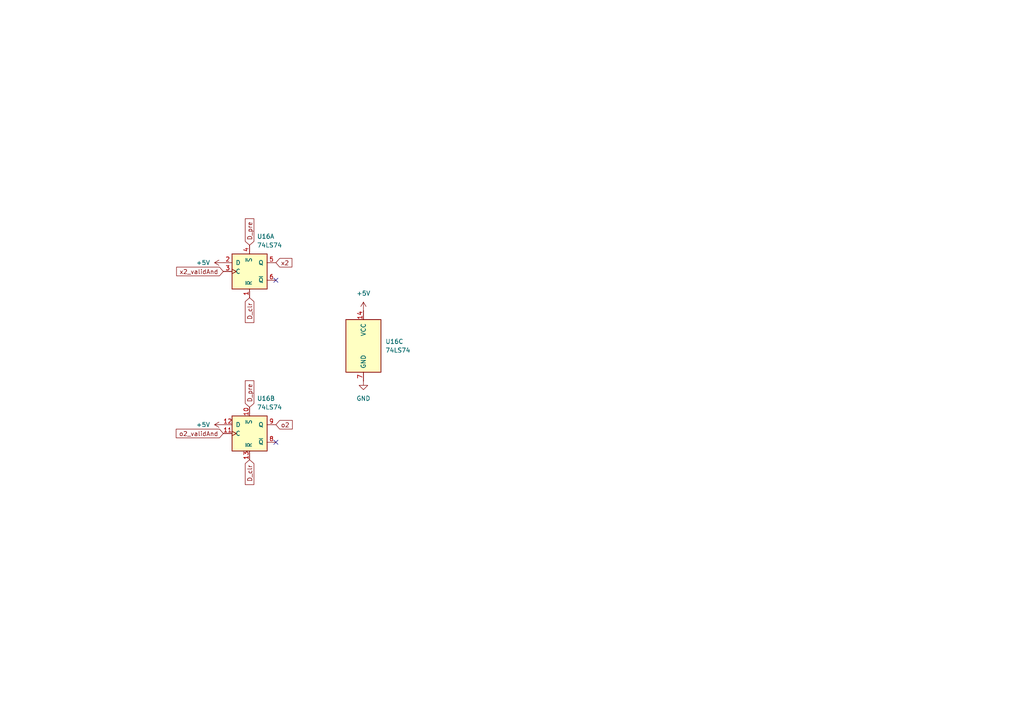
<source format=kicad_sch>
(kicad_sch
	(version 20250114)
	(generator "eeschema")
	(generator_version "9.0")
	(uuid "0f222bc9-c86a-4c26-921d-459394749d18")
	(paper "A4")
	(lib_symbols
		(symbol "74xx:74LS74"
			(pin_names
				(offset 1.016)
			)
			(exclude_from_sim no)
			(in_bom yes)
			(on_board yes)
			(property "Reference" "U"
				(at -7.62 8.89 0)
				(effects
					(font
						(size 1.27 1.27)
					)
				)
			)
			(property "Value" "74LS74"
				(at -7.62 -8.89 0)
				(effects
					(font
						(size 1.27 1.27)
					)
				)
			)
			(property "Footprint" ""
				(at 0 0 0)
				(effects
					(font
						(size 1.27 1.27)
					)
					(hide yes)
				)
			)
			(property "Datasheet" "74xx/74hc_hct74.pdf"
				(at 0 0 0)
				(effects
					(font
						(size 1.27 1.27)
					)
					(hide yes)
				)
			)
			(property "Description" "Dual D Flip-flop, Set & Reset"
				(at 0 0 0)
				(effects
					(font
						(size 1.27 1.27)
					)
					(hide yes)
				)
			)
			(property "ki_locked" ""
				(at 0 0 0)
				(effects
					(font
						(size 1.27 1.27)
					)
				)
			)
			(property "ki_keywords" "TTL DFF"
				(at 0 0 0)
				(effects
					(font
						(size 1.27 1.27)
					)
					(hide yes)
				)
			)
			(property "ki_fp_filters" "DIP*W7.62mm*"
				(at 0 0 0)
				(effects
					(font
						(size 1.27 1.27)
					)
					(hide yes)
				)
			)
			(symbol "74LS74_1_0"
				(pin input line
					(at -7.62 2.54 0)
					(length 2.54)
					(name "D"
						(effects
							(font
								(size 1.27 1.27)
							)
						)
					)
					(number "2"
						(effects
							(font
								(size 1.27 1.27)
							)
						)
					)
				)
				(pin input clock
					(at -7.62 0 0)
					(length 2.54)
					(name "C"
						(effects
							(font
								(size 1.27 1.27)
							)
						)
					)
					(number "3"
						(effects
							(font
								(size 1.27 1.27)
							)
						)
					)
				)
				(pin input line
					(at 0 7.62 270)
					(length 2.54)
					(name "~{S}"
						(effects
							(font
								(size 1.27 1.27)
							)
						)
					)
					(number "4"
						(effects
							(font
								(size 1.27 1.27)
							)
						)
					)
				)
				(pin input line
					(at 0 -7.62 90)
					(length 2.54)
					(name "~{R}"
						(effects
							(font
								(size 1.27 1.27)
							)
						)
					)
					(number "1"
						(effects
							(font
								(size 1.27 1.27)
							)
						)
					)
				)
				(pin output line
					(at 7.62 2.54 180)
					(length 2.54)
					(name "Q"
						(effects
							(font
								(size 1.27 1.27)
							)
						)
					)
					(number "5"
						(effects
							(font
								(size 1.27 1.27)
							)
						)
					)
				)
				(pin output line
					(at 7.62 -2.54 180)
					(length 2.54)
					(name "~{Q}"
						(effects
							(font
								(size 1.27 1.27)
							)
						)
					)
					(number "6"
						(effects
							(font
								(size 1.27 1.27)
							)
						)
					)
				)
			)
			(symbol "74LS74_1_1"
				(rectangle
					(start -5.08 5.08)
					(end 5.08 -5.08)
					(stroke
						(width 0.254)
						(type default)
					)
					(fill
						(type background)
					)
				)
			)
			(symbol "74LS74_2_0"
				(pin input line
					(at -7.62 2.54 0)
					(length 2.54)
					(name "D"
						(effects
							(font
								(size 1.27 1.27)
							)
						)
					)
					(number "12"
						(effects
							(font
								(size 1.27 1.27)
							)
						)
					)
				)
				(pin input clock
					(at -7.62 0 0)
					(length 2.54)
					(name "C"
						(effects
							(font
								(size 1.27 1.27)
							)
						)
					)
					(number "11"
						(effects
							(font
								(size 1.27 1.27)
							)
						)
					)
				)
				(pin input line
					(at 0 7.62 270)
					(length 2.54)
					(name "~{S}"
						(effects
							(font
								(size 1.27 1.27)
							)
						)
					)
					(number "10"
						(effects
							(font
								(size 1.27 1.27)
							)
						)
					)
				)
				(pin input line
					(at 0 -7.62 90)
					(length 2.54)
					(name "~{R}"
						(effects
							(font
								(size 1.27 1.27)
							)
						)
					)
					(number "13"
						(effects
							(font
								(size 1.27 1.27)
							)
						)
					)
				)
				(pin output line
					(at 7.62 2.54 180)
					(length 2.54)
					(name "Q"
						(effects
							(font
								(size 1.27 1.27)
							)
						)
					)
					(number "9"
						(effects
							(font
								(size 1.27 1.27)
							)
						)
					)
				)
				(pin output line
					(at 7.62 -2.54 180)
					(length 2.54)
					(name "~{Q}"
						(effects
							(font
								(size 1.27 1.27)
							)
						)
					)
					(number "8"
						(effects
							(font
								(size 1.27 1.27)
							)
						)
					)
				)
			)
			(symbol "74LS74_2_1"
				(rectangle
					(start -5.08 5.08)
					(end 5.08 -5.08)
					(stroke
						(width 0.254)
						(type default)
					)
					(fill
						(type background)
					)
				)
			)
			(symbol "74LS74_3_0"
				(pin power_in line
					(at 0 10.16 270)
					(length 2.54)
					(name "VCC"
						(effects
							(font
								(size 1.27 1.27)
							)
						)
					)
					(number "14"
						(effects
							(font
								(size 1.27 1.27)
							)
						)
					)
				)
				(pin power_in line
					(at 0 -10.16 90)
					(length 2.54)
					(name "GND"
						(effects
							(font
								(size 1.27 1.27)
							)
						)
					)
					(number "7"
						(effects
							(font
								(size 1.27 1.27)
							)
						)
					)
				)
			)
			(symbol "74LS74_3_1"
				(rectangle
					(start -5.08 7.62)
					(end 5.08 -7.62)
					(stroke
						(width 0.254)
						(type default)
					)
					(fill
						(type background)
					)
				)
			)
			(embedded_fonts no)
		)
		(symbol "power:+5V"
			(power)
			(pin_numbers
				(hide yes)
			)
			(pin_names
				(offset 0)
				(hide yes)
			)
			(exclude_from_sim no)
			(in_bom yes)
			(on_board yes)
			(property "Reference" "#PWR"
				(at 0 -3.81 0)
				(effects
					(font
						(size 1.27 1.27)
					)
					(hide yes)
				)
			)
			(property "Value" "+5V"
				(at 0 3.556 0)
				(effects
					(font
						(size 1.27 1.27)
					)
				)
			)
			(property "Footprint" ""
				(at 0 0 0)
				(effects
					(font
						(size 1.27 1.27)
					)
					(hide yes)
				)
			)
			(property "Datasheet" ""
				(at 0 0 0)
				(effects
					(font
						(size 1.27 1.27)
					)
					(hide yes)
				)
			)
			(property "Description" "Power symbol creates a global label with name \"+5V\""
				(at 0 0 0)
				(effects
					(font
						(size 1.27 1.27)
					)
					(hide yes)
				)
			)
			(property "ki_keywords" "global power"
				(at 0 0 0)
				(effects
					(font
						(size 1.27 1.27)
					)
					(hide yes)
				)
			)
			(symbol "+5V_0_1"
				(polyline
					(pts
						(xy -0.762 1.27) (xy 0 2.54)
					)
					(stroke
						(width 0)
						(type default)
					)
					(fill
						(type none)
					)
				)
				(polyline
					(pts
						(xy 0 2.54) (xy 0.762 1.27)
					)
					(stroke
						(width 0)
						(type default)
					)
					(fill
						(type none)
					)
				)
				(polyline
					(pts
						(xy 0 0) (xy 0 2.54)
					)
					(stroke
						(width 0)
						(type default)
					)
					(fill
						(type none)
					)
				)
			)
			(symbol "+5V_1_1"
				(pin power_in line
					(at 0 0 90)
					(length 0)
					(name "~"
						(effects
							(font
								(size 1.27 1.27)
							)
						)
					)
					(number "1"
						(effects
							(font
								(size 1.27 1.27)
							)
						)
					)
				)
			)
			(embedded_fonts no)
		)
		(symbol "power:GND"
			(power)
			(pin_numbers
				(hide yes)
			)
			(pin_names
				(offset 0)
				(hide yes)
			)
			(exclude_from_sim no)
			(in_bom yes)
			(on_board yes)
			(property "Reference" "#PWR"
				(at 0 -6.35 0)
				(effects
					(font
						(size 1.27 1.27)
					)
					(hide yes)
				)
			)
			(property "Value" "GND"
				(at 0 -3.81 0)
				(effects
					(font
						(size 1.27 1.27)
					)
				)
			)
			(property "Footprint" ""
				(at 0 0 0)
				(effects
					(font
						(size 1.27 1.27)
					)
					(hide yes)
				)
			)
			(property "Datasheet" ""
				(at 0 0 0)
				(effects
					(font
						(size 1.27 1.27)
					)
					(hide yes)
				)
			)
			(property "Description" "Power symbol creates a global label with name \"GND\" , ground"
				(at 0 0 0)
				(effects
					(font
						(size 1.27 1.27)
					)
					(hide yes)
				)
			)
			(property "ki_keywords" "global power"
				(at 0 0 0)
				(effects
					(font
						(size 1.27 1.27)
					)
					(hide yes)
				)
			)
			(symbol "GND_0_1"
				(polyline
					(pts
						(xy 0 0) (xy 0 -1.27) (xy 1.27 -1.27) (xy 0 -2.54) (xy -1.27 -1.27) (xy 0 -1.27)
					)
					(stroke
						(width 0)
						(type default)
					)
					(fill
						(type none)
					)
				)
			)
			(symbol "GND_1_1"
				(pin power_in line
					(at 0 0 270)
					(length 0)
					(name "~"
						(effects
							(font
								(size 1.27 1.27)
							)
						)
					)
					(number "1"
						(effects
							(font
								(size 1.27 1.27)
							)
						)
					)
				)
			)
			(embedded_fonts no)
		)
	)
	(no_connect
		(at 80.01 128.27)
		(uuid "740a870a-82a7-492a-94b2-1b8694927990")
	)
	(no_connect
		(at 80.01 81.28)
		(uuid "d7788c86-4acb-49cf-a25a-1dc2b1f735d9")
	)
	(global_label "x2_validAnd"
		(shape input)
		(at 64.77 78.74 180)
		(fields_autoplaced yes)
		(effects
			(font
				(size 1.27 1.27)
			)
			(justify right)
		)
		(uuid "14486eab-0d7b-42ee-8202-34053e5b1192")
		(property "Intersheetrefs" "${INTERSHEET_REFS}"
			(at 50.6574 78.74 0)
			(effects
				(font
					(size 1.27 1.27)
				)
				(justify right)
				(hide yes)
			)
		)
	)
	(global_label "D_pre"
		(shape input)
		(at 72.39 71.12 90)
		(fields_autoplaced yes)
		(effects
			(font
				(size 1.27 1.27)
			)
			(justify left)
		)
		(uuid "1a0a32f1-7e89-499a-81b2-7709b4b87e73")
		(property "Intersheetrefs" "${INTERSHEET_REFS}"
			(at 72.39 62.8734 90)
			(effects
				(font
					(size 1.27 1.27)
				)
				(justify left)
				(hide yes)
			)
		)
	)
	(global_label "o2"
		(shape input)
		(at 80.01 123.19 0)
		(fields_autoplaced yes)
		(effects
			(font
				(size 1.27 1.27)
			)
			(justify left)
		)
		(uuid "67ac51c7-67e7-4033-81c7-0cc8deaa38a6")
		(property "Intersheetrefs" "${INTERSHEET_REFS}"
			(at 85.3537 123.19 0)
			(effects
				(font
					(size 1.27 1.27)
				)
				(justify left)
				(hide yes)
			)
		)
	)
	(global_label "D_clr"
		(shape input)
		(at 72.39 133.35 270)
		(fields_autoplaced yes)
		(effects
			(font
				(size 1.27 1.27)
			)
			(justify right)
		)
		(uuid "9ff67393-417c-4a5a-ab9d-805ec1a52e02")
		(property "Intersheetrefs" "${INTERSHEET_REFS}"
			(at 72.39 141.1128 90)
			(effects
				(font
					(size 1.27 1.27)
				)
				(justify right)
				(hide yes)
			)
		)
	)
	(global_label "o2_validAnd"
		(shape input)
		(at 64.77 125.73 180)
		(fields_autoplaced yes)
		(effects
			(font
				(size 1.27 1.27)
			)
			(justify right)
		)
		(uuid "cd29b263-0906-4f96-b1a7-dad6577f2af9")
		(property "Intersheetrefs" "${INTERSHEET_REFS}"
			(at 50.5365 125.73 0)
			(effects
				(font
					(size 1.27 1.27)
				)
				(justify right)
				(hide yes)
			)
		)
	)
	(global_label "D_pre"
		(shape input)
		(at 72.39 118.11 90)
		(fields_autoplaced yes)
		(effects
			(font
				(size 1.27 1.27)
			)
			(justify left)
		)
		(uuid "d6ecb80a-8a7e-4585-b962-b645892c9144")
		(property "Intersheetrefs" "${INTERSHEET_REFS}"
			(at 72.39 109.8634 90)
			(effects
				(font
					(size 1.27 1.27)
				)
				(justify left)
				(hide yes)
			)
		)
	)
	(global_label "x2"
		(shape input)
		(at 80.01 76.2 0)
		(fields_autoplaced yes)
		(effects
			(font
				(size 1.27 1.27)
			)
			(justify left)
		)
		(uuid "dd357d27-2f75-4ccc-8acd-08cace7694ad")
		(property "Intersheetrefs" "${INTERSHEET_REFS}"
			(at 85.2328 76.2 0)
			(effects
				(font
					(size 1.27 1.27)
				)
				(justify left)
				(hide yes)
			)
		)
	)
	(global_label "D_clr"
		(shape input)
		(at 72.39 86.36 270)
		(fields_autoplaced yes)
		(effects
			(font
				(size 1.27 1.27)
			)
			(justify right)
		)
		(uuid "f6680400-36a1-49f4-bc24-c688cd004341")
		(property "Intersheetrefs" "${INTERSHEET_REFS}"
			(at 72.39 94.1228 90)
			(effects
				(font
					(size 1.27 1.27)
				)
				(justify right)
				(hide yes)
			)
		)
	)
	(symbol
		(lib_id "power:+5V")
		(at 105.41 90.17 0)
		(unit 1)
		(exclude_from_sim no)
		(in_bom yes)
		(on_board yes)
		(dnp no)
		(fields_autoplaced yes)
		(uuid "1e19ea1b-c573-4350-b946-7b4f39fe9af8")
		(property "Reference" "#PWR025"
			(at 105.41 93.98 0)
			(effects
				(font
					(size 1.27 1.27)
				)
				(hide yes)
			)
		)
		(property "Value" "+5V"
			(at 105.41 85.09 0)
			(effects
				(font
					(size 1.27 1.27)
				)
			)
		)
		(property "Footprint" ""
			(at 105.41 90.17 0)
			(effects
				(font
					(size 1.27 1.27)
				)
				(hide yes)
			)
		)
		(property "Datasheet" ""
			(at 105.41 90.17 0)
			(effects
				(font
					(size 1.27 1.27)
				)
				(hide yes)
			)
		)
		(property "Description" "Power symbol creates a global label with name \"+5V\""
			(at 105.41 90.17 0)
			(effects
				(font
					(size 1.27 1.27)
				)
				(hide yes)
			)
		)
		(pin "1"
			(uuid "92df9a0f-993f-43d4-9719-b20168402cbf")
		)
		(instances
			(project ""
				(path "/0f222bc9-c86a-4c26-921d-459394749d18/104a654f-9bb9-4653-bdf6-a0622cad1338/c3d09025-01f6-41d9-ac6c-139b8a1665e6"
					(reference "#PWR025")
					(unit 1)
				)
			)
		)
	)
	(symbol
		(lib_id "power:+5V")
		(at 64.77 76.2 90)
		(unit 1)
		(exclude_from_sim no)
		(in_bom yes)
		(on_board yes)
		(dnp no)
		(fields_autoplaced yes)
		(uuid "3616384f-6060-48e3-abf4-51b14e011502")
		(property "Reference" "#PWR023"
			(at 68.58 76.2 0)
			(effects
				(font
					(size 1.27 1.27)
				)
				(hide yes)
			)
		)
		(property "Value" "+5V"
			(at 60.96 76.1999 90)
			(effects
				(font
					(size 1.27 1.27)
				)
				(justify left)
			)
		)
		(property "Footprint" ""
			(at 64.77 76.2 0)
			(effects
				(font
					(size 1.27 1.27)
				)
				(hide yes)
			)
		)
		(property "Datasheet" ""
			(at 64.77 76.2 0)
			(effects
				(font
					(size 1.27 1.27)
				)
				(hide yes)
			)
		)
		(property "Description" "Power symbol creates a global label with name \"+5V\""
			(at 64.77 76.2 0)
			(effects
				(font
					(size 1.27 1.27)
				)
				(hide yes)
			)
		)
		(pin "1"
			(uuid "2b3c54a6-73eb-454c-9281-a3db4a88241f")
		)
		(instances
			(project ""
				(path "/0f222bc9-c86a-4c26-921d-459394749d18/104a654f-9bb9-4653-bdf6-a0622cad1338/c3d09025-01f6-41d9-ac6c-139b8a1665e6"
					(reference "#PWR023")
					(unit 1)
				)
			)
		)
	)
	(symbol
		(lib_id "74xx:74LS74")
		(at 72.39 78.74 0)
		(unit 1)
		(exclude_from_sim no)
		(in_bom yes)
		(on_board yes)
		(dnp no)
		(fields_autoplaced yes)
		(uuid "6f8712cf-f82d-4e2f-b06b-797dea621cd6")
		(property "Reference" "U16"
			(at 74.5333 68.58 0)
			(effects
				(font
					(size 1.27 1.27)
				)
				(justify left)
			)
		)
		(property "Value" "74LS74"
			(at 74.5333 71.12 0)
			(effects
				(font
					(size 1.27 1.27)
				)
				(justify left)
			)
		)
		(property "Footprint" "Package_DIP:DIP-14_W7.62mm"
			(at 72.39 78.74 0)
			(effects
				(font
					(size 1.27 1.27)
				)
				(hide yes)
			)
		)
		(property "Datasheet" "74xx/74hc_hct74.pdf"
			(at 72.39 78.74 0)
			(effects
				(font
					(size 1.27 1.27)
				)
				(hide yes)
			)
		)
		(property "Description" "Dual D Flip-flop, Set & Reset"
			(at 72.39 78.74 0)
			(effects
				(font
					(size 1.27 1.27)
				)
				(hide yes)
			)
		)
		(pin "12"
			(uuid "b151a4c0-95ef-4496-bf8a-2c1fb6f960d4")
		)
		(pin "4"
			(uuid "410beb6e-d119-4a10-958f-a3d9946bc856")
		)
		(pin "14"
			(uuid "1e7d8e54-afc2-490c-afef-40a46277b200")
		)
		(pin "3"
			(uuid "ddcbb5db-1fca-4c24-aec3-59455cd2331c")
		)
		(pin "8"
			(uuid "17c29a99-a9d4-4278-9bb4-85547421c95e")
		)
		(pin "5"
			(uuid "79e8af0e-dcea-45d0-ba1b-51aaf8b2718a")
		)
		(pin "11"
			(uuid "234d3305-417f-450a-96a2-e38f3f7cd055")
		)
		(pin "10"
			(uuid "e06bad5a-fe59-4017-b3fb-ab5f5514b0c1")
		)
		(pin "13"
			(uuid "d1c5766f-7571-4b4a-a396-2c373b657b34")
		)
		(pin "7"
			(uuid "a0541d54-4040-4978-a2ae-140970f9dab2")
		)
		(pin "2"
			(uuid "46d5476c-d27d-4b4b-b18c-9096d760aa8d")
		)
		(pin "9"
			(uuid "76462129-3cef-4f26-af9a-83d9148fd459")
		)
		(pin "6"
			(uuid "4b97e59c-3897-426f-81e5-a6e1782f2850")
		)
		(pin "1"
			(uuid "ae952967-c6f1-42d7-a763-11e7ccc9ed27")
		)
		(instances
			(project ""
				(path "/0f222bc9-c86a-4c26-921d-459394749d18/104a654f-9bb9-4653-bdf6-a0622cad1338/c3d09025-01f6-41d9-ac6c-139b8a1665e6"
					(reference "U16")
					(unit 1)
				)
			)
		)
	)
	(symbol
		(lib_id "74xx:74LS74")
		(at 72.39 125.73 0)
		(unit 2)
		(exclude_from_sim no)
		(in_bom yes)
		(on_board yes)
		(dnp no)
		(fields_autoplaced yes)
		(uuid "7e58995c-f6e8-47aa-ba88-db248fcee8d5")
		(property "Reference" "U16"
			(at 74.5333 115.57 0)
			(effects
				(font
					(size 1.27 1.27)
				)
				(justify left)
			)
		)
		(property "Value" "74LS74"
			(at 74.5333 118.11 0)
			(effects
				(font
					(size 1.27 1.27)
				)
				(justify left)
			)
		)
		(property "Footprint" "Package_DIP:DIP-14_W7.62mm"
			(at 72.39 125.73 0)
			(effects
				(font
					(size 1.27 1.27)
				)
				(hide yes)
			)
		)
		(property "Datasheet" "74xx/74hc_hct74.pdf"
			(at 72.39 125.73 0)
			(effects
				(font
					(size 1.27 1.27)
				)
				(hide yes)
			)
		)
		(property "Description" "Dual D Flip-flop, Set & Reset"
			(at 72.39 125.73 0)
			(effects
				(font
					(size 1.27 1.27)
				)
				(hide yes)
			)
		)
		(pin "12"
			(uuid "16d8fc2d-e48a-4d41-9fce-6b0ce110e618")
		)
		(pin "4"
			(uuid "a446bce5-b06e-4c69-bb57-25b705bb075b")
		)
		(pin "14"
			(uuid "1e7d8e54-afc2-490c-afef-40a46277b201")
		)
		(pin "3"
			(uuid "a1297712-69b9-4d31-a6e3-e9d31e1118fc")
		)
		(pin "8"
			(uuid "be073faa-c228-4ef0-a267-6d68278d8243")
		)
		(pin "5"
			(uuid "d37bb2e3-74f6-47d1-a81e-869bdfc0d740")
		)
		(pin "11"
			(uuid "f1cbc096-2ced-40ea-bede-202caa44bced")
		)
		(pin "10"
			(uuid "019924ed-e624-4396-b468-1aa78be1e23e")
		)
		(pin "13"
			(uuid "c6db4f9f-9c07-4b4f-9e63-32dfdfef5398")
		)
		(pin "7"
			(uuid "a0541d54-4040-4978-a2ae-140970f9dab3")
		)
		(pin "2"
			(uuid "49d6c06a-92c6-4784-9284-7551a7d1ad1f")
		)
		(pin "9"
			(uuid "e8f55fc1-a9d7-452f-81d7-b33d4150525a")
		)
		(pin "6"
			(uuid "a173177a-d678-4ca1-91e5-25fbd731eed6")
		)
		(pin "1"
			(uuid "e72a8853-e290-441d-9efc-29ec16f9f8e0")
		)
		(instances
			(project ""
				(path "/0f222bc9-c86a-4c26-921d-459394749d18/104a654f-9bb9-4653-bdf6-a0622cad1338/c3d09025-01f6-41d9-ac6c-139b8a1665e6"
					(reference "U16")
					(unit 2)
				)
			)
		)
	)
	(symbol
		(lib_id "power:GND")
		(at 105.41 110.49 0)
		(unit 1)
		(exclude_from_sim no)
		(in_bom yes)
		(on_board yes)
		(dnp no)
		(fields_autoplaced yes)
		(uuid "829471a5-12d1-4451-8f6e-7fe26fb1298e")
		(property "Reference" "#PWR026"
			(at 105.41 116.84 0)
			(effects
				(font
					(size 1.27 1.27)
				)
				(hide yes)
			)
		)
		(property "Value" "GND"
			(at 105.41 115.57 0)
			(effects
				(font
					(size 1.27 1.27)
				)
			)
		)
		(property "Footprint" ""
			(at 105.41 110.49 0)
			(effects
				(font
					(size 1.27 1.27)
				)
				(hide yes)
			)
		)
		(property "Datasheet" ""
			(at 105.41 110.49 0)
			(effects
				(font
					(size 1.27 1.27)
				)
				(hide yes)
			)
		)
		(property "Description" "Power symbol creates a global label with name \"GND\" , ground"
			(at 105.41 110.49 0)
			(effects
				(font
					(size 1.27 1.27)
				)
				(hide yes)
			)
		)
		(pin "1"
			(uuid "f7cc8652-e505-4ed7-86f5-bb0084631ade")
		)
		(instances
			(project ""
				(path "/0f222bc9-c86a-4c26-921d-459394749d18/104a654f-9bb9-4653-bdf6-a0622cad1338/c3d09025-01f6-41d9-ac6c-139b8a1665e6"
					(reference "#PWR026")
					(unit 1)
				)
			)
		)
	)
	(symbol
		(lib_id "74xx:74LS74")
		(at 105.41 100.33 0)
		(unit 3)
		(exclude_from_sim no)
		(in_bom yes)
		(on_board yes)
		(dnp no)
		(fields_autoplaced yes)
		(uuid "a10f8378-8c06-457d-a02e-f5701bfc463c")
		(property "Reference" "U16"
			(at 111.76 99.0599 0)
			(effects
				(font
					(size 1.27 1.27)
				)
				(justify left)
			)
		)
		(property "Value" "74LS74"
			(at 111.76 101.5999 0)
			(effects
				(font
					(size 1.27 1.27)
				)
				(justify left)
			)
		)
		(property "Footprint" "Package_DIP:DIP-14_W7.62mm"
			(at 105.41 100.33 0)
			(effects
				(font
					(size 1.27 1.27)
				)
				(hide yes)
			)
		)
		(property "Datasheet" "74xx/74hc_hct74.pdf"
			(at 105.41 100.33 0)
			(effects
				(font
					(size 1.27 1.27)
				)
				(hide yes)
			)
		)
		(property "Description" "Dual D Flip-flop, Set & Reset"
			(at 105.41 100.33 0)
			(effects
				(font
					(size 1.27 1.27)
				)
				(hide yes)
			)
		)
		(pin "12"
			(uuid "b151a4c0-95ef-4496-bf8a-2c1fb6f960d3")
		)
		(pin "4"
			(uuid "a446bce5-b06e-4c69-bb57-25b705bb0759")
		)
		(pin "14"
			(uuid "50e97087-2a6c-43e8-b85f-fd530e920df1")
		)
		(pin "3"
			(uuid "a1297712-69b9-4d31-a6e3-e9d31e1118fa")
		)
		(pin "8"
			(uuid "17c29a99-a9d4-4278-9bb4-85547421c95d")
		)
		(pin "5"
			(uuid "d37bb2e3-74f6-47d1-a81e-869bdfc0d73e")
		)
		(pin "11"
			(uuid "234d3305-417f-450a-96a2-e38f3f7cd054")
		)
		(pin "10"
			(uuid "e06bad5a-fe59-4017-b3fb-ab5f5514b0c0")
		)
		(pin "13"
			(uuid "d1c5766f-7571-4b4a-a396-2c373b657b33")
		)
		(pin "7"
			(uuid "47f13f31-4852-4b9b-bbcc-15bbd71a15e7")
		)
		(pin "2"
			(uuid "49d6c06a-92c6-4784-9284-7551a7d1ad1d")
		)
		(pin "9"
			(uuid "76462129-3cef-4f26-af9a-83d9148fd458")
		)
		(pin "6"
			(uuid "a173177a-d678-4ca1-91e5-25fbd731eed4")
		)
		(pin "1"
			(uuid "e72a8853-e290-441d-9efc-29ec16f9f8de")
		)
		(instances
			(project ""
				(path "/0f222bc9-c86a-4c26-921d-459394749d18/104a654f-9bb9-4653-bdf6-a0622cad1338/c3d09025-01f6-41d9-ac6c-139b8a1665e6"
					(reference "U16")
					(unit 3)
				)
			)
		)
	)
	(symbol
		(lib_id "power:+5V")
		(at 64.77 123.19 90)
		(unit 1)
		(exclude_from_sim no)
		(in_bom yes)
		(on_board yes)
		(dnp no)
		(fields_autoplaced yes)
		(uuid "b1ad681b-385e-4d96-a139-4a3483961c49")
		(property "Reference" "#PWR024"
			(at 68.58 123.19 0)
			(effects
				(font
					(size 1.27 1.27)
				)
				(hide yes)
			)
		)
		(property "Value" "+5V"
			(at 60.96 123.1899 90)
			(effects
				(font
					(size 1.27 1.27)
				)
				(justify left)
			)
		)
		(property "Footprint" ""
			(at 64.77 123.19 0)
			(effects
				(font
					(size 1.27 1.27)
				)
				(hide yes)
			)
		)
		(property "Datasheet" ""
			(at 64.77 123.19 0)
			(effects
				(font
					(size 1.27 1.27)
				)
				(hide yes)
			)
		)
		(property "Description" "Power symbol creates a global label with name \"+5V\""
			(at 64.77 123.19 0)
			(effects
				(font
					(size 1.27 1.27)
				)
				(hide yes)
			)
		)
		(pin "1"
			(uuid "c62e92dd-28f1-4048-ad76-0948aa5d94b4")
		)
		(instances
			(project ""
				(path "/0f222bc9-c86a-4c26-921d-459394749d18/104a654f-9bb9-4653-bdf6-a0622cad1338/c3d09025-01f6-41d9-ac6c-139b8a1665e6"
					(reference "#PWR024")
					(unit 1)
				)
			)
		)
	)
)

</source>
